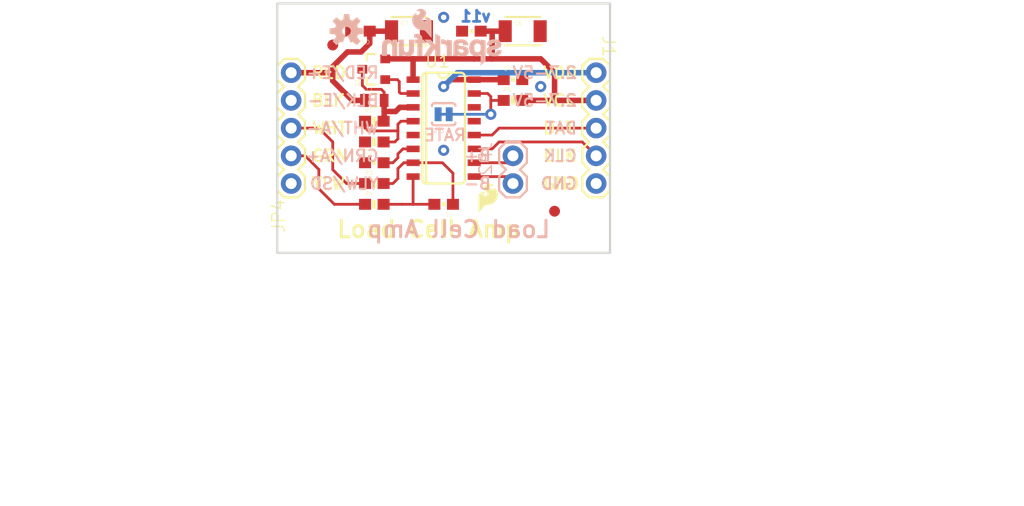
<source format=kicad_pcb>
(kicad_pcb (version 20240108) (generator "pcbnew") (generator_version "8.0")
  (layers (0 "F.Cu" signal) (31 "B.Cu" signal) (34 "B.Paste" user) (35 "F.Paste" user) (36 "B.SilkS" user "B.Silkscreen") (37 "F.SilkS" user "F.Silkscreen") (38 "B.Mask" user) (39 "F.Mask" user) (44 "Edge.Cuts" user))
  (net 0 "")
  (net 1 "GND")
  (net 2 "VCC")
  (net 3 "DAT")
  (net 4 "SCK")
  (net 5 "N$4")
  (net 6 "N$6")
  (net 7 "N$7")
  (net 8 "N$5")
  (net 9 "N$1")
  (net 10 "N$2")
  (net 11 "N$3")
  (net 12 "A-")
  (net 13 "A+")
  (net 14 "B+")
  (net 15 "B-")
  (net 16 "VDD")
  (net 17 "AVDD")
  (footprint "SparkFun_HX711_Load_Cell:STAND-OFF" (layer "F.Cu") (at 135.8011 96.1136)
    (property "Reference" "STANDOFF3" (hide yes))
    (property "Value" "STAND-OFF" (hide yes))
    (pad "" np_thru_hole circle (at 0 0) (size 3.302 3.302) (drill 3.302) (layers "*.Cu" "*.Mask"))
  )
  (footprint "SparkFun_HX711_Load_Cell:0603-RES" (layer "F.Cu") (at 142.1511 111.9886)
    (property "Reference" "R4" (at -0.889 -0.762 0) (layer "F.SilkS") (effects (font (size 0.373888 0.373888) (thickness 0.032512)) (justify left bottom)))
    (property "Value" "100")
    (pad "1" smd rect (at -0.85 0) (size 1.1 1) (layers "F.Cu" "F.Paste" "F.Mask") (net 13 "A+"))
    (pad "2" smd rect (at 0.85 0) (size 1.1 1) (layers "F.Cu" "F.Paste" "F.Mask") (net 11 "N$3"))
  )
  (footprint "SparkFun_HX711_Load_Cell:0603-CAP" (layer "F.Cu") (at 142.1511 108.1786)
    (property "Reference" "C2" (at -0.889 -0.762 0) (layer "F.SilkS") (effects (font (size 0.373888 0.373888) (thickness 0.032512)) (justify left bottom)))
    (property "Value" "0.1uF")
    (pad "1" smd rect (at -0.85 0) (size 1.1 1) (layers "F.Cu" "F.Paste" "F.Mask") (net 1 "GND"))
    (pad "2" smd rect (at 0.85 0) (size 1.1 1) (layers "F.Cu" "F.Paste" "F.Mask") (net 7 "N$7"))
  )
  (footprint "SparkFun_HX711_Load_Cell:STAND-OFF" (layer "F.Cu") (at 135.8011 113.8936)
    (property "Reference" "STANDOFF1" (hide yes))
    (property "Value" "STAND-OFF" (hide yes))
    (pad "" np_thru_hole circle (at 0 0) (size 3.302 3.302) (drill 3.302) (layers "*.Cu" "*.Mask"))
  )
  (footprint "SparkFun_HX711_Load_Cell:SOT23-3" (layer "F.Cu") (at 142.1511 99.6061 90)
    (property "Reference" "Q1" (at -0.8255 -1.778 90) (layer "F.SilkS") (effects (font (size 0.373888 0.373888) (thickness 0.032512)) (justify right top)))
    (property "Value" "MMBT4403")
    (pad "1" smd rect (at -0.95 1 90) (size 0.8 0.9) (layers "F.Cu" "F.Paste" "F.Mask") (net 5 "N$4"))
    (pad "2" smd rect (at 0.95 1 90) (size 0.8 0.9) (layers "F.Cu" "F.Paste" "F.Mask") (net 2 "VCC"))
    (pad "3" smd rect (at 0 -1.1 90) (size 0.8 0.9) (layers "F.Cu" "F.Paste" "F.Mask") (net 8 "N$5"))
  )
  (footprint "SparkFun_HX711_Load_Cell:CREATIVE_COMMONS" (layer "F.Cu") (at 128.1811 135.4836)
    (property "Reference" "FRAME1" (hide yes))
    (property "Value" "FRAME-LETTER" (hide yes))
  )
  (footprint "SparkFun_HX711_Load_Cell:1210" (layer "F.Cu") (at 145.3261 96.1136)
    (property "Reference" "C7" (at -0.8 -0.5 0) (layer "F.SilkS") (effects (font (size 0.373888 0.373888) (thickness 0.032512)) (justify left bottom)))
    (property "Value" "10uF")
    (pad "1" smd rect (at -1.6 0) (size 1.2 2) (layers "F.Cu" "F.Paste" "F.Mask") (net 17 "AVDD"))
    (pad "2" smd rect (at 1.6 0) (size 1.2 2) (layers "F.Cu" "F.Paste" "F.Mask") (net 1 "GND"))
  )
  (footprint "SparkFun_HX711_Load_Cell:1X05" (layer "F.Cu") (at 134.5311 110.0836 90)
    (property "Reference" "JP4" (at -1.3462 -1.8288 90) (layer "F.SilkS") (effects (font (size 1.143 1.143) (thickness 0.127)) (justify right top)))
    (property "Value" "")
    (pad "1" thru_hole circle (at 0 0 180) (size 1.8796 1.8796) (drill 1.016) (layers "*.Cu" "*.Mask") (net 1 "GND"))
    (pad "2" thru_hole circle (at 2.54 0 180) (size 1.8796 1.8796) (drill 1.016) (layers "*.Cu" "*.Mask") (net 13 "A+"))
    (pad "3" thru_hole circle (at 5.08 0 180) (size 1.8796 1.8796) (drill 1.016) (layers "*.Cu" "*.Mask") (net 12 "A-"))
    (pad "4" thru_hole circle (at 7.62 0 180) (size 1.8796 1.8796) (drill 1.016) (layers "*.Cu" "*.Mask") (net 1 "GND"))
    (pad "5" thru_hole circle (at 10.16 0 180) (size 1.8796 1.8796) (drill 1.016) (layers "*.Cu" "*.Mask") (net 17 "AVDD"))
  )
  (footprint "SparkFun_HX711_Load_Cell:0603-RES" (layer "F.Cu") (at 142.1511 110.0836)
    (property "Reference" "R3" (at -0.889 -0.762 0) (layer "F.SilkS") (effects (font (size 0.373888 0.373888) (thickness 0.032512)) (justify left bottom)))
    (property "Value" "100")
    (pad "1" smd rect (at -0.85 0) (size 1.1 1) (layers "F.Cu" "F.Paste" "F.Mask") (net 12 "A-"))
    (pad "2" smd rect (at 0.85 0) (size 1.1 1) (layers "F.Cu" "F.Paste" "F.Mask") (net 10 "N$2"))
  )
  (footprint "SparkFun_HX711_Load_Cell:0603-CAP" (layer "F.Cu") (at 148.5011 111.9886 180)
    (property "Reference" "C1" (at -0.889 -0.762 180) (layer "F.SilkS") (effects (font (size 0.373888 0.373888) (thickness 0.032512)) (justify left bottom)))
    (property "Value" "0.1uF")
    (pad "1" smd rect (at -0.85 0 180) (size 1.1 1) (layers "F.Cu" "F.Paste" "F.Mask") (net 10 "N$2"))
    (pad "2" smd rect (at 0.85 0 180) (size 1.1 1) (layers "F.Cu" "F.Paste" "F.Mask") (net 11 "N$3"))
  )
  (footprint "SparkFun_HX711_Load_Cell:0603-CAP" (layer "F.Cu") (at 140.8811 96.1136 180)
    (property "Reference" "C3" (at -0.889 -0.762 180) (layer "F.SilkS") (effects (font (size 0.373888 0.373888) (thickness 0.032512)) (justify left bottom)))
    (property "Value" "0.1uF")
    (pad "1" smd rect (at -0.85 0 180) (size 1.1 1) (layers "F.Cu" "F.Paste" "F.Mask") (net 17 "AVDD"))
    (pad "2" smd rect (at 0.85 0 180) (size 1.1 1) (layers "F.Cu" "F.Paste" "F.Mask") (net 1 "GND"))
  )
  (footprint "SparkFun_HX711_Load_Cell:SFE_LOGO_FLAME_.1" (layer "F.Cu") (at 151.4221 113.0046)
    (property "Reference" "LOGO3" (hide yes))
    (property "Value" "SFE_LOGO_FLAME.1_INCH" (hide yes))
  )
  (footprint "SparkFun_HX711_Load_Cell:REVISION" (layer "F.Cu") (at 140.2461 139.2936)
    (property "Reference" "U$1" (hide yes))
    (property "Value" "REVISION" (hide yes))
  )
  (footprint "SparkFun_HX711_Load_Cell:STAND-OFF" (layer "F.Cu") (at 161.2011 113.8936)
    (property "Reference" "STANDOFF2" (hide yes))
    (property "Value" "STAND-OFF" (hide yes))
    (pad "" np_thru_hole circle (at 0 0) (size 3.302 3.302) (drill 3.302) (layers "*.Cu" "*.Mask"))
  )
  (footprint "SparkFun_HX711_Load_Cell:0603-RES" (layer "F.Cu") (at 154.8511 102.4636)
    (property "Reference" "R5" (at -0.889 -0.762 0) (layer "F.SilkS") (effects (font (size 0.373888 0.373888) (thickness 0.032512)) (justify left bottom)))
    (property "Value" "10K")
    (pad "1" smd rect (at -0.85 0) (size 1.1 1) (layers "F.Cu" "F.Paste" "F.Mask") (net 9 "N$1"))
    (pad "2" smd rect (at 0.85 0) (size 1.1 1) (layers "F.Cu" "F.Paste" "F.Mask") (net 2 "VCC"))
  )
  (footprint "SparkFun_HX711_Load_Cell:1210" (layer "F.Cu") (at 155.7401 96.1136)
    (property "Reference" "C6" (at -0.8 -0.5 0) (layer "F.SilkS") (effects (font (size 0.373888 0.373888) (thickness 0.032512)) (justify left bottom)))
    (property "Value" "10uF")
    (pad "1" smd rect (at -1.6 0) (size 1.2 2) (layers "F.Cu" "F.Paste" "F.Mask") (net 2 "VCC"))
    (pad "2" smd rect (at 1.6 0) (size 1.2 2) (layers "F.Cu" "F.Paste" "F.Mask") (net 1 "GND"))
  )
  (footprint "SparkFun_HX711_Load_Cell:0805" (layer "F.Cu") (at 142.1511 102.4636)
    (property "Reference" "L1" (at -0.762 -0.8255 0) (layer "F.SilkS") (effects (font (size 0.373888 0.373888) (thickness 0.032512)) (justify left bottom)))
    (property "Value" "3.3uH")
    (pad "1" smd rect (at -0.9 0) (size 0.8 1.2) (layers "F.Cu" "F.Paste" "F.Mask") (net 17 "AVDD"))
    (pad "2" smd rect (at 0.9 0) (size 0.8 1.2) (layers "F.Cu" "F.Paste" "F.Mask") (net 8 "N$5"))
  )
  (footprint "SparkFun_HX711_Load_Cell:0603-RES" (layer "F.Cu") (at 142.1511 104.3686)
    (property "Reference" "R1" (at -0.889 -0.762 0) (layer "F.SilkS") (effects (font (size 0.373888 0.373888) (thickness 0.032512)) (justify left bottom)))
    (property "Value" "20k")
    (pad "1" smd rect (at -0.85 0) (size 1.1 1) (layers "F.Cu" "F.Paste" "F.Mask") (net 6 "N$6"))
    (pad "2" smd rect (at 0.85 0) (size 1.1 1) (layers "F.Cu" "F.Paste" "F.Mask") (net 8 "N$5"))
  )
  (footprint "SparkFun_HX711_Load_Cell:1X05" (layer "F.Cu") (at 162.4711 99.9236 -90)
    (property "Reference" "J1" (at -1.3462 -1.8288 -90) (layer "F.SilkS") (effects (font (size 1.143 1.143) (thickness 0.127)) (justify right top)))
    (property "Value" "")
    (pad "1" thru_hole circle (at 0 0) (size 1.8796 1.8796) (drill 1.016) (layers "*.Cu" "*.Mask") (net 16 "VDD"))
    (pad "2" thru_hole circle (at 2.54 0) (size 1.8796 1.8796) (drill 1.016) (layers "*.Cu" "*.Mask") (net 2 "VCC"))
    (pad "3" thru_hole circle (at 5.08 0) (size 1.8796 1.8796) (drill 1.016) (layers "*.Cu" "*.Mask") (net 3 "DAT"))
    (pad "4" thru_hole circle (at 7.62 0) (size 1.8796 1.8796) (drill 1.016) (layers "*.Cu" "*.Mask") (net 4 "SCK"))
    (pad "5" thru_hole circle (at 10.16 0) (size 1.8796 1.8796) (drill 1.016) (layers "*.Cu" "*.Mask") (net 1 "GND"))
  )
  (footprint "SparkFun_HX711_Load_Cell:STAND-OFF" (layer "F.Cu") (at 161.2011 96.1136)
    (property "Reference" "STANDOFF4" (hide yes))
    (property "Value" "STAND-OFF" (hide yes))
    (pad "" np_thru_hole circle (at 0 0) (size 3.302 3.302) (drill 3.302) (layers "*.Cu" "*.Mask"))
  )
  (footprint "SparkFun_HX711_Load_Cell:0603-CAP" (layer "F.Cu") (at 154.8511 100.5586)
    (property "Reference" "C4" (at -0.889 -0.762 0) (layer "F.SilkS") (effects (font (size 0.373888 0.373888) (thickness 0.032512)) (justify left bottom)))
    (property "Value" "0.1uF")
    (pad "1" smd rect (at -0.85 0) (size 1.1 1) (layers "F.Cu" "F.Paste" "F.Mask") (net 16 "VDD"))
    (pad "2" smd rect (at 0.85 0) (size 1.1 1) (layers "F.Cu" "F.Paste" "F.Mask") (net 1 "GND"))
  )
  (footprint "SparkFun_HX711_Load_Cell:FIDUCIAL-1X2" (layer "F.Cu") (at 158.6611 112.6236)
    (property "Reference" "FID2" (hide yes))
    (property "Value" "FIDUCIAL1X2" (hide yes))
    (pad "1" smd roundrect (at 0 0) (size 1 1) (layers "F.Cu" "F.Mask") (roundrect_rratio 0.5))
  )
  (footprint "SparkFun_HX711_Load_Cell:SO16" (layer "F.Cu") (at 148.5011 105.0036 -90)
    (property "Reference" "U1" (at -5.461 1.778 0) (layer "F.SilkS") (effects (font (size 1.143 1.143) (thickness 0.127)) (justify left bottom)))
    (property "Value" "HX711")
    (pad "1" smd rect (at -4.445 2.8 270) (size 0.6 1.2) (layers "F.Cu" "F.Paste" "F.Mask") (net 2 "VCC"))
    (pad "2" smd rect (at -3.175 2.8 270) (size 0.6 1.2) (layers "F.Cu" "F.Paste" "F.Mask") (net 5 "N$4"))
    (pad "3" smd rect (at -1.905 2.8 270) (size 0.6 1.2) (layers "F.Cu" "F.Paste" "F.Mask") (net 8 "N$5"))
    (pad "4" smd rect (at -0.635 2.8 270) (size 0.6 1.2) (layers "F.Cu" "F.Paste" "F.Mask") (net 6 "N$6"))
    (pad "5" smd rect (at 0.635 2.8 270) (size 0.6 1.2) (layers "F.Cu" "F.Paste" "F.Mask") (net 1 "GND"))
    (pad "6" smd rect (at 1.905 2.8 270) (size 0.6 1.2) (layers "F.Cu" "F.Paste" "F.Mask") (net 7 "N$7"))
    (pad "7" smd rect (at 3.175 2.8 270) (size 0.6 1.2) (layers "F.Cu" "F.Paste" "F.Mask") (net 10 "N$2"))
    (pad "8" smd rect (at 4.445 2.8 270) (size 0.6 1.2) (layers "F.Cu" "F.Paste" "F.Mask") (net 11 "N$3"))
    (pad "9" smd rect (at 4.445 -2.8 270) (size 0.6 1.2) (layers "F.Cu" "F.Paste" "F.Mask") (net 15 "B-"))
    (pad "10" smd rect (at 3.175 -2.8 270) (size 0.6 1.2) (layers "F.Cu" "F.Paste" "F.Mask") (net 14 "B+"))
    (pad "11" smd rect (at 1.905 -2.8 270) (size 0.6 1.2) (layers "F.Cu" "F.Paste" "F.Mask") (net 4 "SCK"))
    (pad "12" smd rect (at 0.635 -2.8 270) (size 0.6 1.2) (layers "F.Cu" "F.Paste" "F.Mask") (net 3 "DAT"))
    (pad "13" smd rect (at -0.635 -2.8 270) (size 0.6 1.2) (layers "F.Cu" "F.Paste" "F.Mask"))
    (pad "14" smd rect (at -1.905 -2.8 270) (size 0.6 1.2) (layers "F.Cu" "F.Paste" "F.Mask") (net 1 "GND"))
    (pad "15" smd rect (at -3.175 -2.8 270) (size 0.6 1.2) (layers "F.Cu" "F.Paste" "F.Mask") (net 9 "N$1"))
    (pad "16" smd rect (at -4.445 -2.8 270) (size 0.6 1.2) (layers "F.Cu" "F.Paste" "F.Mask") (net 16 "VDD"))
  )
  (footprint "SparkFun_HX711_Load_Cell:FIDUCIAL-1X2" (layer "F.Cu") (at 138.3411 97.3836)
    (property "Reference" "FID1" (hide yes))
    (property "Value" "FIDUCIAL1X2" (hide yes))
    (pad "1" smd roundrect (at 0 0) (size 1 1) (layers "F.Cu" "F.Mask") (roundrect_rratio 0.5))
  )
  (footprint "SparkFun_HX711_Load_Cell:0603-RES" (layer "F.Cu") (at 142.1511 106.2736)
    (property "Reference" "R2" (at -0.889 -0.762 0) (layer "F.SilkS") (effects (font (size 0.373888 0.373888) (thickness 0.032512)) (justify left bottom)))
    (property "Value" "8.2K")
    (pad "1" smd rect (at -0.85 0) (size 1.1 1) (layers "F.Cu" "F.Paste" "F.Mask") (net 1 "GND"))
    (pad "2" smd rect (at 0.85 0) (size 1.1 1) (layers "F.Cu" "F.Paste" "F.Mask") (net 6 "N$6"))
  )
  (footprint "SparkFun_HX711_Load_Cell:0603-CAP" (layer "F.Cu") (at 151.0411 96.1136 180)
    (property "Reference" "C5" (at -0.889 -0.762 180) (layer "F.SilkS") (effects (font (size 0.373888 0.373888) (thickness 0.032512)) (justify left bottom)))
    (property "Value" "0.1uF")
    (pad "1" smd rect (at -0.85 0 180) (size 1.1 1) (layers "F.Cu" "F.Paste" "F.Mask") (net 2 "VCC"))
    (pad "2" smd rect (at 0.85 0 180) (size 1.1 1) (layers "F.Cu" "F.Paste" "F.Mask") (net 1 "GND"))
  )
  (footprint "SparkFun_HX711_Load_Cell:PAD-JUMPER-2-NC_BY_TRACE_YES_SILK" (layer "B.Cu") (at 148.5011 103.7336)
    (property "Reference" "SJ2" (at -0.9525 1.27 180) (layer "B.SilkS") (effects (font (size 0.373888 0.373888) (thickness 0.032512)) (justify left bottom mirror)))
    (property "Value" "")
    (fp_line (start 0.381 0) (end -0.381 0) (stroke (width 0.254)) (layer "B.Cu"))
    (pad "1" smd rect (at -0.508 0) (size 0.635 1.27) (layers "B.Cu" "B.Mask") (net 1 "GND"))
    (pad "2" smd rect (at 0.508 0) (size 0.635 1.27) (layers "B.Cu" "B.Mask") (net 9 "N$1"))
  )
  (footprint "SparkFun_HX711_Load_Cell:1X02" (layer "B.Cu") (at 154.8511 107.5436 -90)
    (property "Reference" "JP2" (at -1.3462 1.8288 90) (layer "B.SilkS") (effects (font (size 1.143 1.143) (thickness 0.127)) (justify left bottom mirror)))
    (property "Value" "")
    (pad "1" thru_hole circle (at 0 0 180) (size 1.8796 1.8796) (drill 1.016) (layers "*.Cu" "*.Mask") (net 14 "B+"))
    (pad "2" thru_hole circle (at 2.54 0 180) (size 1.8796 1.8796) (drill 1.016) (layers "*.Cu" "*.Mask") (net 15 "B-"))
  )
  (footprint "SparkFun_HX711_Load_Cell:OSHW-LOGO-S" (layer "B.Cu") (at 139.6111 96.1136 180)
    (property "Reference" "U7" (hide yes))
    (property "Value" "OSHW-LOGOS" (hide yes))
  )
  (footprint "SparkFun_HX711_Load_Cell:SFE_LOGO_NAME_FLAME_.1" (layer "B.Cu") (at 154.2161 99.2886 180)
    (property "Reference" "LOGO1" (hide yes))
    (property "Value" "SFE_LOGO_NAME_FLAME.1_INCH" (hide yes))
  )
  (gr_line (start 163.7411 116.4336) (end 133.2611 116.4336) (stroke (width 0.2032)) (layer "Edge.Cuts"))
  (gr_line (start 163.7411 93.5736) (end 163.7411 116.4336) (stroke (width 0.2032)) (layer "Edge.Cuts"))
  (gr_line (start 133.2611 116.4336) (end 133.2611 93.5736) (stroke (width 0.2032)) (layer "Edge.Cuts"))
  (gr_line (start 133.2611 93.5736) (end 163.7411 93.5736) (stroke (width 0.2032)) (layer "Edge.Cuts"))
  (gr_text "v11" (at 152.9461 95.3516 0) (layer "B.Cu") (effects (font (size 1.016 1.016) (thickness 0.254)) (justify left bottom mirror)))
  (gr_text "BLK/E-" (at 142.6591 103.0986 0) (layer "B.SilkS") (effects (font (size 1.0795 1.0795) (thickness 0.1905)) (justify left bottom mirror)))
  (gr_text "GND" (at 160.8201 110.7186 0) (layer "B.SilkS") (effects (font (size 1.0795 1.0795) (thickness 0.1905)) (justify left bottom mirror)))
  (gr_text "RATE" (at 150.6601 106.2736 0) (layer "B.SilkS") (effects (font (size 1.0795 1.0795) (thickness 0.1905)) (justify left bottom mirror)))
  (gr_text "RED/E+" (at 142.6591 100.5586 0) (layer "B.SilkS") (effects (font (size 1.0795 1.0795) (thickness 0.1905)) (justify left bottom mirror)))
  (gr_text "Load Cell Amp" (at 158.4071 115.1636 0) (layer "B.SilkS") (effects (font (size 1.5113 1.5113) (thickness 0.2667)) (justify left bottom mirror)))
  (gr_text "WHT/A-" (at 142.6591 105.6386 0) (layer "B.SilkS") (effects (font (size 1.0795 1.0795) (thickness 0.1905)) (justify left bottom mirror)))
  (gr_text "2.7-5V" (at 160.8201 100.5586 0) (layer "B.SilkS") (effects (font (size 1.0795 1.0795) (thickness 0.1905)) (justify left bottom mirror)))
  (gr_text "DAT" (at 160.8201 105.6386 0) (layer "B.SilkS") (effects (font (size 1.0795 1.0795) (thickness 0.1905)) (justify left bottom mirror)))
  (gr_text "B+" (at 152.9461 108.1786 0) (layer "B.SilkS") (effects (font (size 1.0795 1.0795) (thickness 0.1905)) (justify left bottom mirror)))
  (gr_text "GRN/A+" (at 142.6591 108.1786 0) (layer "B.SilkS") (effects (font (size 1.0795 1.0795) (thickness 0.1905)) (justify left bottom mirror)))
  (gr_text "CLK" (at 160.8201 108.1786 0) (layer "B.SilkS") (effects (font (size 1.0795 1.0795) (thickness 0.1905)) (justify left bottom mirror)))
  (gr_text "2.7-5V" (at 160.8201 103.0986 0) (layer "B.SilkS") (effects (font (size 1.0795 1.0795) (thickness 0.1905)) (justify left bottom mirror)))
  (gr_text "B-" (at 152.9461 110.7186 0) (layer "B.SilkS") (effects (font (size 1.0795 1.0795) (thickness 0.1905)) (justify left bottom mirror)))
  (gr_text "YLW/SD" (at 142.6591 110.7186 0) (layer "B.SilkS") (effects (font (size 1.0795 1.0795) (thickness 0.1905)) (justify left bottom mirror)))
  (gr_text "CLK" (at 157.5181 108.1786 0) (layer "F.SilkS") (effects (font (size 1.0795 1.0795) (thickness 0.1905)) (justify left bottom)))
  (gr_text "GRN" (at 136.3091 108.1786 0) (layer "F.SilkS") (effects (font (size 1.0795 1.0795) (thickness 0.1905)) (justify left bottom)))
  (gr_text "BLK" (at 136.3091 103.0986 0) (layer "F.SilkS") (effects (font (size 1.0795 1.0795) (thickness 0.1905)) (justify left bottom)))
  (gr_text "WHT" (at 136.3091 105.6386 0) (layer "F.SilkS") (effects (font (size 1.0795 1.0795) (thickness 0.1905)) (justify left bottom)))
  (gr_text "GND" (at 157.5181 110.7186 0) (layer "F.SilkS") (effects (font (size 1.0795 1.0795) (thickness 0.1905)) (justify left bottom)))
  (gr_text "RED" (at 136.3091 100.5586 0) (layer "F.SilkS") (effects (font (size 1.0795 1.0795) (thickness 0.1905)) (justify left bottom)))
  (gr_text "VCC" (at 157.5181 103.0986 0) (layer "F.SilkS") (effects (font (size 1.0795 1.0795) (thickness 0.1905)) (justify left bottom)))
  (gr_text "YLW" (at 136.3091 110.7186 0) (layer "F.SilkS") (effects (font (size 1.0795 1.0795) (thickness 0.1905)) (justify left bottom)))
  (gr_text "VDD" (at 157.5181 100.5586 0) (layer "F.SilkS") (effects (font (size 1.0795 1.0795) (thickness 0.1905)) (justify left bottom)))
  (gr_text "Load Cell Amp" (at 138.5951 115.1636 0) (layer "F.SilkS") (effects (font (size 1.5113 1.5113) (thickness 0.2667)) (justify left bottom)))
  (gr_text "DAT" (at 157.5181 105.6386 0) (layer "F.SilkS") (effects (font (size 1.0795 1.0795) (thickness 0.1905)) (justify left bottom)))
  (via (at 157.3911 101.1936) (size 1.016) (drill 0.508) (layers "F.Cu" "B.Cu") (net 1))
  (via (at 148.5011 94.8436) (size 1.016) (drill 0.508) (layers "F.Cu" "B.Cu") (net 1))
  (via (at 148.5011 107.0356) (size 1.016) (drill 0.508) (layers "F.Cu" "B.Cu") (net 1))
  (segment (start 151.2951 98.6536) (end 145.7011 98.6536) (width 0.508) (layer "F.Cu") (net 2))
  (segment (start 145.7011 100.5586) (end 145.7011 98.6536) (width 0.508) (layer "F.Cu") (net 2))
  (segment (start 145.7011 98.6536) (end 143.1511 98.6536) (width 0.508) (layer "F.Cu") (net 2))
  (segment (start 151.2951 98.6536) (end 152.9461 98.6536) (width 0.508) (layer "F.Cu") (net 2))
  (segment (start 152.9461 98.6536) (end 152.9461 96.1136) (width 0.508) (layer "F.Cu") (net 2))
  (segment (start 143.1511 98.6561) (end 143.1511 98.6536) (width 0.508) (layer "F.Cu") (net 2))
  (segment (start 158.6611 102.4636) (end 162.4711 102.4636) (width 0.508) (layer "F.Cu") (net 2))
  (segment (start 157.3911 98.6536) (end 152.9461 98.6536) (width 0.508) (layer "F.Cu") (net 2))
  (segment (start 155.7011 102.4636) (end 158.6611 102.4636) (width 0.508) (layer "F.Cu") (net 2))
  (segment (start 152.9461 96.1136) (end 154.1401 96.1136) (width 0.508) (layer "F.Cu") (net 2))
  (segment (start 151.3011 98.6596) (end 151.2951 98.6536) (width 0.508) (layer "F.Cu") (net 2))
  (segment (start 158.6611 102.4636) (end 158.6611 99.9236) (width 0.508) (layer "F.Cu") (net 2))
  (segment (start 158.6611 99.9236) (end 157.3911 98.6536) (width 0.508) (layer "F.Cu") (net 2))
  (segment (start 151.8911 96.1136) (end 152.9461 96.1136) (width 0.508) (layer "F.Cu") (net 2))
  (segment (start 151.3011 105.6386) (end 152.9461 105.6386) (width 0.254) (layer "F.Cu") (net 3))
  (segment (start 152.9461 105.6386) (end 153.5811 105.0036) (width 0.254) (layer "F.Cu") (net 3))
  (segment (start 153.5811 105.0036) (end 162.4711 105.0036) (width 0.254) (layer "F.Cu") (net 3))
  (segment (start 161.2011 106.2736) (end 162.4711 107.5436) (width 0.254) (layer "F.Cu") (net 4))
  (segment (start 153.5811 106.2736) (end 161.2011 106.2736) (width 0.254) (layer "F.Cu") (net 4))
  (segment (start 152.9461 106.9086) (end 153.5811 106.2736) (width 0.254) (layer "F.Cu") (net 4))
  (segment (start 151.3011 106.9086) (end 152.9461 106.9086) (width 0.254) (layer "F.Cu") (net 4))
  (segment (start 144.255718 100.5561) (end 144.4371 100.737482) (width 0.254) (layer "F.Cu") (net 5))
  (segment (start 144.4371 100.737482) (end 144.4371 101.7016) (width 0.254) (layer "F.Cu") (net 5))
  (segment (start 144.5641 101.8286) (end 145.7011 101.8286) (width 0.254) (layer "F.Cu") (net 5))
  (segment (start 143.1511 100.5561) (end 144.255718 100.5561) (width 0.254) (layer "F.Cu") (net 5))
  (segment (start 144.4371 101.7016) (end 144.5641 101.8286) (width 0.254) (layer "F.Cu") (net 5))
  (segment (start 143.0011 106.2736) (end 144.026121 106.2736) (width 0.254) (layer "F.Cu") (net 6))
  (segment (start 141.3011 104.3686) (end 141.3011 104.988791) (width 0.254) (layer "F.Cu") (net 6))
  (segment (start 144.3101 105.989622) (end 144.3101 105.2576) (width 0.254) (layer "F.Cu") (net 6))
  (segment (start 144.026121 106.2736) (end 144.3101 105.989622) (width 0.254) (layer "F.Cu") (net 6))
  (segment (start 141.3011 104.988791) (end 141.569909 105.2576) (width 0.254) (layer "F.Cu") (net 6))
  (segment (start 141.569909 105.2576) (end 144.3101 105.2576) (width 0.254) (layer "F.Cu") (net 6))
  (segment (start 144.3101 104.652579) (end 144.594078 104.3686) (width 0.254) (layer "F.Cu") (net 6))
  (segment (start 144.594078 104.3686) (end 145.7011 104.3686) (width 0.254) (layer "F.Cu") (net 6))
  (segment (start 144.3101 105.2576) (end 144.3101 104.652579) (width 0.254) (layer "F.Cu") (net 6))
  (segment (start 144.3101 107.720697) (end 144.3101 107.366504) (width 0.254) (layer "F.Cu") (net 7))
  (segment (start 144.768003 106.9086) (end 145.7011 106.9086) (width 0.254) (layer "F.Cu") (net 7))
  (segment (start 143.0011 108.1786) (end 143.852196 108.1786) (width 0.254) (layer "F.Cu") (net 7))
  (segment (start 144.3101 107.366504) (end 144.768003 106.9086) (width 0.254) (layer "F.Cu") (net 7))
  (segment (start 143.852196 108.1786) (end 144.3101 107.720697) (width 0.254) (layer "F.Cu") (net 7))
  (segment (start 144.487196 103.0986) (end 144.106196 103.4796) (width 0.508) (layer "F.Cu") (net 8))
  (segment (start 143.0511 102.4636) (end 143.0511 103.4796) (width 0.508) (layer "F.Cu") (net 8))
  (segment (start 143.0511 101.7126) (end 142.7861 101.4476) (width 0.254) (layer "F.Cu") (net 8))
  (segment (start 142.7861 101.4476) (end 141.412171 101.4476) (width 0.254) (layer "F.Cu") (net 8))
  (segment (start 143.0511 104.3686) (end 143.0011 104.3686) (width 0.508) (layer "F.Cu") (net 8))
  (segment (start 141.0511 101.086529) (end 141.0511 99.6061) (width 0.254) (layer "F.Cu") (net 8))
  (segment (start 141.412171 101.4476) (end 141.0511 101.086529) (width 0.254) (layer "F.Cu") (net 8))
  (segment (start 143.0511 103.4796) (end 143.0511 104.3686) (width 0.508) (layer "F.Cu") (net 8))
  (segment (start 144.106196 103.4796) (end 143.0511 103.4796) (width 0.508) (layer "F.Cu") (net 8))
  (segment (start 143.0511 102.4636) (end 143.0511 101.7126) (width 0.254) (layer "F.Cu") (net 8))
  (segment (start 145.7011 103.0986) (end 144.487196 103.0986) (width 0.508) (layer "F.Cu") (net 8))
  (segment (start 154.0011 102.4636) (end 152.8191 102.4636) (width 0.254) (layer "F.Cu") (net 9))
  (segment (start 151.3011 101.8286) (end 152.535121 101.8286) (width 0.254) (layer "F.Cu") (net 9))
  (segment (start 152.535121 101.8286) (end 152.8191 102.112579) (width 0.254) (layer "F.Cu") (net 9))
  (segment (start 152.8191 102.112579) (end 152.8191 102.4636) (width 0.254) (layer "F.Cu") (net 9))
  (segment (start 152.8191 103.7336) (end 152.8191 102.4636) (width 0.254) (layer "F.Cu") (net 9))
  (via (at 152.8191 103.7336) (size 1.016) (drill 0.508) (layers "F.Cu" "B.Cu") (net 9))
  (segment (start 149.0091 103.7336) (end 152.8191 103.7336) (width 0.254) (layer "B.Cu") (net 9))
  (segment (start 143.852196 110.0836) (end 144.3101 109.625697) (width 0.254) (layer "F.Cu") (net 10))
  (segment (start 148.388837 108.1786) (end 149.3511 109.140863) (width 0.254) (layer "F.Cu") (net 10))
  (segment (start 144.3101 108.717413) (end 144.848912 108.1786) (width 0.254) (layer "F.Cu") (net 10))
  (segment (start 144.848912 108.1786) (end 145.7011 108.1786) (width 0.254) (layer "F.Cu") (net 10))
  (segment (start 149.3511 109.140863) (end 149.3511 111.9886) (width 0.254) (layer "F.Cu") (net 10))
  (segment (start 144.3101 109.625697) (end 144.3101 108.717413) (width 0.254) (layer "F.Cu") (net 10))
  (segment (start 145.7011 108.1786) (end 148.388837 108.1786) (width 0.254) (layer "F.Cu") (net 10))
  (segment (start 143.0011 110.0836) (end 143.852196 110.0836) (width 0.254) (layer "F.Cu") (net 10))
  (segment (start 145.7011 111.9886) (end 144.6911 111.9886) (width 0.254) (layer "F.Cu") (net 11))
  (segment (start 145.7011 111.9886) (end 147.6511 111.9886) (width 0.254) (layer "F.Cu") (net 11))
  (segment (start 145.7011 109.4486) (end 145.7011 111.9886) (width 0.254) (layer "F.Cu") (net 11))
  (segment (start 143.0011 111.9886) (end 144.6911 111.9886) (width 0.254) (layer "F.Cu") (net 11))
  (segment (start 137.0711 105.0036) (end 138.3411 106.2736) (width 0.254) (layer "F.Cu") (net 12))
  (segment (start 138.3411 106.2736) (end 138.3411 108.8136) (width 0.254) (layer "F.Cu") (net 12))
  (segment (start 139.6111 110.0836) (end 141.3011 110.0836) (width 0.254) (layer "F.Cu") (net 12))
  (segment (start 134.5311 105.0036) (end 137.0711 105.0036) (width 0.254) (layer "F.Cu") (net 12))
  (segment (start 138.3411 108.8136) (end 139.6111 110.0836) (width 0.254) (layer "F.Cu") (net 12))
  (segment (start 141.3011 111.9886) (end 138.491003 111.9886) (width 0.254) (layer "F.Cu") (net 13))
  (segment (start 138.491003 111.9886) (end 137.0711 110.568697) (width 0.254) (layer "F.Cu") (net 13))
  (segment (start 137.0711 108.800835) (end 135.813865 107.5436) (width 0.254) (layer "F.Cu") (net 13))
  (segment (start 135.813865 107.5436) (end 134.5311 107.5436) (width 0.254) (layer "F.Cu") (net 13))
  (segment (start 137.0711 110.568697) (end 137.0711 108.800835) (width 0.254) (layer "F.Cu") (net 13))
  (segment (start 154.2161 108.1786) (end 154.8511 107.5436) (width 0.254) (layer "F.Cu") (net 14))
  (segment (start 151.3011 108.1786) (end 154.2161 108.1786) (width 0.254) (layer "F.Cu") (net 14))
  (segment (start 154.2161 109.4486) (end 154.8511 110.0836) (width 0.254) (layer "F.Cu") (net 15))
  (segment (start 151.3011 109.4486) (end 154.2161 109.4486) (width 0.254) (layer "F.Cu") (net 15))
  (segment (start 154.0011 100.5586) (end 149.1361 100.5586) (width 0.508) (layer "F.Cu") (net 16))
  (segment (start 154.0011 100.5586) (end 151.3011 100.5586) (width 0.508) (layer "F.Cu") (net 16))
  (segment (start 149.1361 100.5586) (end 148.5011 101.1936) (width 0.508) (layer "F.Cu") (net 16))
  (via (at 148.5011 101.1936) (size 1.016) (drill 0.508) (layers "F.Cu" "B.Cu") (net 16))
  (segment (start 148.5011 101.1936) (end 149.7711 99.9236) (width 0.508) (layer "B.Cu") (net 16))
  (segment (start 149.7711 99.9236) (end 162.4711 99.9236) (width 0.508) (layer "B.Cu") (net 16))
  (segment (start 138.3411 100.66755) (end 138.3411 99.9236) (width 0.508) (layer "F.Cu") (net 17))
  (segment (start 140.13715 102.4636) (end 138.3411 100.66755) (width 0.508) (layer "F.Cu") (net 17))
  (segment (start 139.691128 98.0186) (end 140.947978 98.0186) (width 0.508) (layer "F.Cu") (net 17))
  (segment (start 141.7311 96.1136) (end 143.7261 96.1136) (width 0.508) (layer "F.Cu") (net 17))
  (segment (start 140.947978 98.0186) (end 141.7311 97.235479) (width 0.508) (layer "F.Cu") (net 17))
  (segment (start 138.3411 99.368629) (end 139.691128 98.0186) (width 0.508) (layer "F.Cu") (net 17))
  (segment (start 138.3411 99.9236) (end 134.5311 99.9236) (width 0.508) (layer "F.Cu") (net 17))
  (segment (start 138.3411 99.9236) (end 138.3411 99.368629) (width 0.508) (layer "F.Cu") (net 17))
  (segment (start 141.7311 97.235479) (end 141.7311 96.1136) (width 0.508) (layer "F.Cu") (net 17))
  (segment (start 141.2511 102.4636) (end 140.13715 102.4636) (width 0.508) (layer "F.Cu") (net 17))
)
</source>
